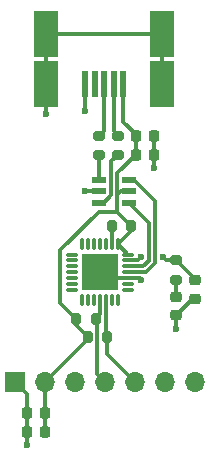
<source format=gbr>
%TF.GenerationSoftware,KiCad,Pcbnew,8.0.9-8.0.9-0~ubuntu24.04.1*%
%TF.CreationDate,2025-06-01T20:42:16+03:00*%
%TF.ProjectId,Telemetry,54656c65-6d65-4747-9279-2e6b69636164,rev?*%
%TF.SameCoordinates,Original*%
%TF.FileFunction,Copper,L1,Top*%
%TF.FilePolarity,Positive*%
%FSLAX46Y46*%
G04 Gerber Fmt 4.6, Leading zero omitted, Abs format (unit mm)*
G04 Created by KiCad (PCBNEW 8.0.9-8.0.9-0~ubuntu24.04.1) date 2025-06-01 20:42:16*
%MOMM*%
%LPD*%
G01*
G04 APERTURE LIST*
G04 Aperture macros list*
%AMRoundRect*
0 Rectangle with rounded corners*
0 $1 Rounding radius*
0 $2 $3 $4 $5 $6 $7 $8 $9 X,Y pos of 4 corners*
0 Add a 4 corners polygon primitive as box body*
4,1,4,$2,$3,$4,$5,$6,$7,$8,$9,$2,$3,0*
0 Add four circle primitives for the rounded corners*
1,1,$1+$1,$2,$3*
1,1,$1+$1,$4,$5*
1,1,$1+$1,$6,$7*
1,1,$1+$1,$8,$9*
0 Add four rect primitives between the rounded corners*
20,1,$1+$1,$2,$3,$4,$5,0*
20,1,$1+$1,$4,$5,$6,$7,0*
20,1,$1+$1,$6,$7,$8,$9,0*
20,1,$1+$1,$8,$9,$2,$3,0*%
G04 Aperture macros list end*
%TA.AperFunction,SMDPad,CuDef*%
%ADD10RoundRect,0.225000X-0.225000X-0.250000X0.225000X-0.250000X0.225000X0.250000X-0.225000X0.250000X0*%
%TD*%
%TA.AperFunction,SMDPad,CuDef*%
%ADD11RoundRect,0.032500X0.452500X0.097500X-0.452500X0.097500X-0.452500X-0.097500X0.452500X-0.097500X0*%
%TD*%
%TA.AperFunction,SMDPad,CuDef*%
%ADD12RoundRect,0.032500X0.097500X0.452500X-0.097500X0.452500X-0.097500X-0.452500X0.097500X-0.452500X0*%
%TD*%
%TA.AperFunction,SMDPad,CuDef*%
%ADD13R,3.150000X3.150000*%
%TD*%
%TA.AperFunction,SMDPad,CuDef*%
%ADD14RoundRect,0.200000X-0.200000X-0.275000X0.200000X-0.275000X0.200000X0.275000X-0.200000X0.275000X0*%
%TD*%
%TA.AperFunction,SMDPad,CuDef*%
%ADD15R,0.508000X2.260600*%
%TD*%
%TA.AperFunction,SMDPad,CuDef*%
%ADD16R,2.057400X3.987800*%
%TD*%
%TA.AperFunction,SMDPad,CuDef*%
%ADD17RoundRect,0.200000X-0.275000X0.200000X-0.275000X-0.200000X0.275000X-0.200000X0.275000X0.200000X0*%
%TD*%
%TA.AperFunction,SMDPad,CuDef*%
%ADD18RoundRect,0.200000X0.200000X0.275000X-0.200000X0.275000X-0.200000X-0.275000X0.200000X-0.275000X0*%
%TD*%
%TA.AperFunction,SMDPad,CuDef*%
%ADD19RoundRect,0.200000X0.275000X-0.200000X0.275000X0.200000X-0.275000X0.200000X-0.275000X-0.200000X0*%
%TD*%
%TA.AperFunction,SMDPad,CuDef*%
%ADD20RoundRect,0.225000X-0.250000X0.225000X-0.250000X-0.225000X0.250000X-0.225000X0.250000X0.225000X0*%
%TD*%
%TA.AperFunction,ComponentPad*%
%ADD21R,1.700000X1.700000*%
%TD*%
%TA.AperFunction,ComponentPad*%
%ADD22O,1.700000X1.700000*%
%TD*%
%TA.AperFunction,SMDPad,CuDef*%
%ADD23RoundRect,0.218750X0.256250X-0.218750X0.256250X0.218750X-0.256250X0.218750X-0.256250X-0.218750X0*%
%TD*%
%TA.AperFunction,SMDPad,CuDef*%
%ADD24RoundRect,0.073750X-0.531250X-0.221250X0.531250X-0.221250X0.531250X0.221250X-0.531250X0.221250X0*%
%TD*%
%TA.AperFunction,ViaPad*%
%ADD25C,0.600000*%
%TD*%
%TA.AperFunction,Conductor*%
%ADD26C,0.300000*%
%TD*%
%TA.AperFunction,Conductor*%
%ADD27C,0.200000*%
%TD*%
G04 APERTURE END LIST*
D10*
%TO.P,C5,1*%
%TO.N,GND*%
X113310000Y-91770000D03*
%TO.P,C5,2*%
%TO.N,/VBUS*%
X114860000Y-91770000D03*
%TD*%
%TO.P,C4,1*%
%TO.N,GND*%
X113310000Y-90210000D03*
%TO.P,C4,2*%
%TO.N,/VBUS*%
X114860000Y-90210000D03*
%TD*%
D11*
%TO.P,U2,1,DCD*%
%TO.N,unconnected-(U2-DCD-Pad1)*%
X121900000Y-79750000D03*
%TO.P,U2,2,RI*%
%TO.N,unconnected-(U2-RI-Pad2)*%
X121900000Y-79250000D03*
%TO.P,U2,3,GND*%
%TO.N,GND*%
X121900000Y-78750000D03*
%TO.P,U2,4,D+*%
%TO.N,/CP_D+*%
X121900000Y-78250000D03*
%TO.P,U2,5,D-*%
%TO.N,/CP_D-*%
X121900000Y-77750000D03*
%TO.P,U2,6,VDD*%
%TO.N,/RED_LED*%
X121900000Y-77250000D03*
%TO.P,U2,7,REGIN*%
%TO.N,/VBUS*%
X121900000Y-76750000D03*
D12*
%TO.P,U2,8,VBUS*%
X121030000Y-75880000D03*
%TO.P,U2,9,~{RST}*%
%TO.N,Net-(U2-~{RST})*%
X120530000Y-75880000D03*
%TO.P,U2,10,NC*%
%TO.N,unconnected-(U2-NC-Pad10)_5*%
X120030000Y-75880000D03*
%TO.P,U2,11,~{SUSPEND}*%
%TO.N,unconnected-(U2-~{SUSPEND}-Pad11)*%
X119530000Y-75880000D03*
%TO.P,U2,12,SUSPEND*%
%TO.N,unconnected-(U2-SUSPEND-Pad12)*%
X119030000Y-75880000D03*
%TO.P,U2,13,NC*%
%TO.N,unconnected-(U2-NC-Pad10)_3*%
X118530000Y-75880000D03*
%TO.P,U2,14,NC*%
%TO.N,unconnected-(U2-NC-Pad10)_9*%
X118030000Y-75880000D03*
D11*
%TO.P,U2,15,NC*%
%TO.N,unconnected-(U2-NC-Pad10)_10*%
X117160000Y-76750000D03*
%TO.P,U2,16,NC*%
%TO.N,unconnected-(U2-NC-Pad10)*%
X117160000Y-77250000D03*
%TO.P,U2,17,NC*%
%TO.N,unconnected-(U2-NC-Pad10)_4*%
X117160000Y-77750000D03*
%TO.P,U2,18,NC*%
%TO.N,unconnected-(U2-NC-Pad10)_8*%
X117160000Y-78250000D03*
%TO.P,U2,19,NC*%
%TO.N,unconnected-(U2-NC-Pad10)_1*%
X117160000Y-78750000D03*
%TO.P,U2,20,NC*%
%TO.N,unconnected-(U2-NC-Pad10)_6*%
X117160000Y-79250000D03*
%TO.P,U2,21,NC*%
%TO.N,unconnected-(U2-NC-Pad10)_2*%
X117160000Y-79750000D03*
D12*
%TO.P,U2,22,NC*%
%TO.N,unconnected-(U2-NC-Pad10)_7*%
X118030000Y-80620000D03*
%TO.P,U2,23,CTS*%
%TO.N,unconnected-(U2-CTS-Pad23)*%
X118530000Y-80620000D03*
%TO.P,U2,24,RTS*%
%TO.N,unconnected-(U2-RTS-Pad24)*%
X119030000Y-80620000D03*
%TO.P,U2,25,RXD*%
%TO.N,/TXD*%
X119530000Y-80620000D03*
%TO.P,U2,26,TXD*%
%TO.N,/RXD*%
X120030000Y-80620000D03*
%TO.P,U2,27,DSR*%
%TO.N,unconnected-(U2-DSR-Pad27)*%
X120530000Y-80620000D03*
%TO.P,U2,28,DTR*%
%TO.N,unconnected-(U2-DTR-Pad28)*%
X121030000Y-80620000D03*
D13*
%TO.P,U2,29,GND*%
%TO.N,GND*%
X119530000Y-78250000D03*
%TD*%
D10*
%TO.P,C1,1*%
%TO.N,/VBUS*%
X122545000Y-66750000D03*
%TO.P,C1,2*%
%TO.N,GND*%
X124095000Y-66750000D03*
%TD*%
D14*
%TO.P,R5,1*%
%TO.N,/VBUS*%
X118495000Y-83750000D03*
%TO.P,R5,2*%
%TO.N,/RXD*%
X120145000Y-83750000D03*
%TD*%
D15*
%TO.P,J1,1,VBUS*%
%TO.N,/VBUS*%
X121470000Y-62320800D03*
%TO.P,J1,2,D-*%
%TO.N,Net-(J1-D-)*%
X120670000Y-62320800D03*
%TO.P,J1,3,D+*%
%TO.N,Net-(J1-D+)*%
X119870000Y-62320800D03*
%TO.P,J1,4,ID*%
%TO.N,unconnected-(J1-ID-Pad4)*%
X119070000Y-62320800D03*
%TO.P,J1,5,GND*%
%TO.N,GND*%
X118270000Y-62320800D03*
D16*
%TO.P,J1,6*%
%TO.N,N/C*%
X124795000Y-62295800D03*
%TO.P,J1,7*%
X114945000Y-62295800D03*
%TO.P,J1,8*%
X124795000Y-58095800D03*
%TO.P,J1,9*%
X114945000Y-58095800D03*
%TD*%
D17*
%TO.P,R2,1*%
%TO.N,Net-(J1-D+)*%
X119470000Y-66675000D03*
%TO.P,R2,2*%
%TO.N,/USB_D+*%
X119470000Y-68325000D03*
%TD*%
D18*
%TO.P,R3,1*%
%TO.N,/VBUS*%
X122170000Y-74350000D03*
%TO.P,R3,2*%
%TO.N,Net-(U2-~{RST})*%
X120520000Y-74350000D03*
%TD*%
D19*
%TO.P,R1,1*%
%TO.N,/USB_D-*%
X121020000Y-68325000D03*
%TO.P,R1,2*%
%TO.N,Net-(J1-D-)*%
X121020000Y-66675000D03*
%TD*%
D20*
%TO.P,C3,1*%
%TO.N,/RED_LED*%
X127570000Y-78950000D03*
%TO.P,C3,2*%
%TO.N,GND*%
X127570000Y-80500000D03*
%TD*%
D10*
%TO.P,C2,1*%
%TO.N,/VBUS*%
X122545000Y-68300000D03*
%TO.P,C2,2*%
%TO.N,GND*%
X124095000Y-68300000D03*
%TD*%
D21*
%TO.P,J2,1,Pin_1*%
%TO.N,GND*%
X112330000Y-87560000D03*
D22*
%TO.P,J2,2,Pin_2*%
%TO.N,/VBUS*%
X114870000Y-87560000D03*
%TO.P,J2,3,Pin_3*%
%TO.N,unconnected-(J2-Pin_3-Pad3)*%
X117410000Y-87560000D03*
%TO.P,J2,4,Pin_4*%
%TO.N,/TXD*%
X119950000Y-87560000D03*
%TO.P,J2,5,Pin_5*%
%TO.N,/RXD*%
X122490000Y-87560000D03*
%TO.P,J2,6,Pin_6*%
%TO.N,GND*%
X125030000Y-87560000D03*
%TO.P,J2,7,Pin_7*%
X127570000Y-87560000D03*
%TD*%
D14*
%TO.P,R6,1*%
%TO.N,/VBUS*%
X117495000Y-82200000D03*
%TO.P,R6,2*%
%TO.N,/TXD*%
X119145000Y-82200000D03*
%TD*%
D23*
%TO.P,D1,1,K*%
%TO.N,GND*%
X125970000Y-81900000D03*
%TO.P,D1,2,A*%
%TO.N,Net-(D1-A)*%
X125970000Y-80325000D03*
%TD*%
D17*
%TO.P,R4,1*%
%TO.N,/RED_LED*%
X125970000Y-77250000D03*
%TO.P,R4,2*%
%TO.N,Net-(D1-A)*%
X125970000Y-78900000D03*
%TD*%
D24*
%TO.P,U1,1*%
%TO.N,/USB_D+*%
X119465000Y-70450000D03*
%TO.P,U1,2*%
%TO.N,GND*%
X119465000Y-71400000D03*
%TO.P,U1,3*%
%TO.N,/USB_D-*%
X119465000Y-72350000D03*
%TO.P,U1,4*%
%TO.N,/CP_D-*%
X121975000Y-72350000D03*
%TO.P,U1,5*%
%TO.N,/VBUS*%
X121975000Y-71400000D03*
%TO.P,U1,6*%
%TO.N,/CP_D+*%
X121975000Y-70450000D03*
%TD*%
D25*
%TO.N,GND*%
X114945000Y-64875000D03*
X123020000Y-78900000D03*
X118270000Y-64600000D03*
X118220000Y-71400000D03*
X113310000Y-92920000D03*
X125970000Y-83050000D03*
X124120000Y-69450000D03*
%TO.N,/RED_LED*%
X124820000Y-77000000D03*
X123020000Y-77000000D03*
%TD*%
D26*
%TO.N,GND*%
X127370000Y-80500000D02*
X125970000Y-81900000D01*
X124095000Y-66750000D02*
X124095000Y-68300000D01*
X113310000Y-90210000D02*
X113310000Y-88540000D01*
X118270000Y-62320800D02*
X118270000Y-64600000D01*
D27*
X112312500Y-86872500D02*
X112312500Y-87557500D01*
X112312500Y-87557500D02*
X112312500Y-87817500D01*
D26*
X119465000Y-71400000D02*
X118220000Y-71400000D01*
X121900000Y-78750000D02*
X120030000Y-78750000D01*
X114945000Y-64875000D02*
X114945000Y-62295800D01*
X124795000Y-58095800D02*
X114945000Y-58095800D01*
X114945000Y-58095800D02*
X114945000Y-62295800D01*
X124095000Y-69425000D02*
X124120000Y-69450000D01*
X113310000Y-92920000D02*
X113310000Y-91770000D01*
X113310000Y-90210000D02*
X113310000Y-91770000D01*
X121900000Y-78750000D02*
X122870000Y-78750000D01*
X124795000Y-62295800D02*
X124795000Y-58095800D01*
X113310000Y-88540000D02*
X112330000Y-87560000D01*
X122870000Y-78750000D02*
X123020000Y-78900000D01*
X120030000Y-78750000D02*
X119530000Y-78250000D01*
X125970000Y-81900000D02*
X125970000Y-83050000D01*
X127570000Y-80500000D02*
X127370000Y-80500000D01*
X124095000Y-68300000D02*
X124095000Y-69425000D01*
%TO.N,/VBUS*%
X119420000Y-73150000D02*
X120970000Y-73150000D01*
X120970000Y-73150000D02*
X122170000Y-74350000D01*
X114860000Y-91770000D02*
X114860000Y-90210000D01*
X122545000Y-68300000D02*
X122370000Y-68300000D01*
X116170000Y-80875000D02*
X116170000Y-76400000D01*
X121900000Y-76750000D02*
X121030000Y-75880000D01*
X122170000Y-74740000D02*
X121030000Y-75880000D01*
X116170000Y-76400000D02*
X119420000Y-73150000D01*
X122170000Y-74350000D02*
X122170000Y-74740000D01*
X121975000Y-71400000D02*
X121320000Y-71400000D01*
X117495000Y-82750000D02*
X118495000Y-83750000D01*
X122545000Y-66750000D02*
X122545000Y-66575000D01*
X117495000Y-82200000D02*
X117495000Y-82750000D01*
X117495000Y-82200000D02*
X116170000Y-80875000D01*
X122545000Y-66575000D02*
X121470000Y-65500000D01*
X121320000Y-71400000D02*
X120970000Y-71750000D01*
X120970000Y-71750000D02*
X120970000Y-73150000D01*
X114860000Y-90210000D02*
X114860000Y-87570000D01*
X118495000Y-83930000D02*
X114867500Y-87557500D01*
X114860000Y-87570000D02*
X114870000Y-87560000D01*
X118495000Y-83750000D02*
X118495000Y-83930000D01*
D27*
X114852500Y-87572500D02*
X114867500Y-87557500D01*
D26*
X121470000Y-65500000D02*
X121470000Y-62320800D01*
X122545000Y-66750000D02*
X122545000Y-68300000D01*
X122545000Y-68300000D02*
X120970000Y-69875000D01*
X120970000Y-69875000D02*
X120970000Y-71750000D01*
%TO.N,/RED_LED*%
X127570000Y-78950000D02*
X127570000Y-78850000D01*
X122770000Y-77250000D02*
X123020000Y-77000000D01*
X127570000Y-78850000D02*
X125970000Y-77250000D01*
X121900000Y-77250000D02*
X122770000Y-77250000D01*
X124820000Y-77000000D02*
X125070000Y-77250000D01*
X125070000Y-77250000D02*
X125970000Y-77250000D01*
%TO.N,Net-(D1-A)*%
X125970000Y-80325000D02*
X125970000Y-78900000D01*
%TO.N,Net-(J1-D-)*%
X120670000Y-66325000D02*
X121020000Y-66675000D01*
X120670000Y-62320800D02*
X120670000Y-66325000D01*
%TO.N,Net-(J1-D+)*%
X119870000Y-66275000D02*
X119470000Y-66675000D01*
X119870000Y-62320800D02*
X119870000Y-66275000D01*
%TO.N,/TXD*%
X119145000Y-82200000D02*
X119245000Y-82300000D01*
X119245000Y-82300000D02*
X119245000Y-86855000D01*
X119530000Y-80620000D02*
X119530000Y-81815000D01*
D27*
X119677500Y-87812500D02*
X119932500Y-87557500D01*
D26*
X119530000Y-81815000D02*
X119145000Y-82200000D01*
X119245000Y-86855000D02*
X119947500Y-87557500D01*
%TO.N,/RXD*%
X120030000Y-80620000D02*
X120030000Y-83635000D01*
X120030000Y-83635000D02*
X120145000Y-83750000D01*
X120145000Y-85215000D02*
X122487500Y-87557500D01*
D27*
X122487500Y-86917500D02*
X122487500Y-87557500D01*
X122877500Y-87962500D02*
X122472500Y-87557500D01*
D26*
X120145000Y-83750000D02*
X120145000Y-85215000D01*
%TO.N,/USB_D-*%
X120470000Y-71748818D02*
X119868818Y-72350000D01*
X120470000Y-68875000D02*
X120470000Y-71748818D01*
X119868818Y-72350000D02*
X119465000Y-72350000D01*
X121020000Y-68325000D02*
X120470000Y-68875000D01*
X121228752Y-68533752D02*
X121020000Y-68325000D01*
%TO.N,/USB_D+*%
X119465000Y-68330000D02*
X119470000Y-68325000D01*
X119465000Y-70450000D02*
X119465000Y-68330000D01*
%TO.N,/CP_D-*%
X123670000Y-74045000D02*
X121975000Y-72350000D01*
X123189239Y-77750000D02*
X123670000Y-77269239D01*
X121900000Y-77750000D02*
X123189239Y-77750000D01*
X123670000Y-77269239D02*
X123670000Y-74045000D01*
%TO.N,/CP_D+*%
X123396346Y-78250000D02*
X124170000Y-77476346D01*
X124170000Y-77476346D02*
X124170000Y-72241182D01*
X122378818Y-70450000D02*
X121975000Y-70450000D01*
X121900000Y-78250000D02*
X123396346Y-78250000D01*
X124170000Y-72241182D02*
X122378818Y-70450000D01*
%TO.N,Net-(U2-~{RST})*%
X120520000Y-75870000D02*
X120530000Y-75880000D01*
X120520000Y-74350000D02*
X120520000Y-75870000D01*
%TD*%
M02*

</source>
